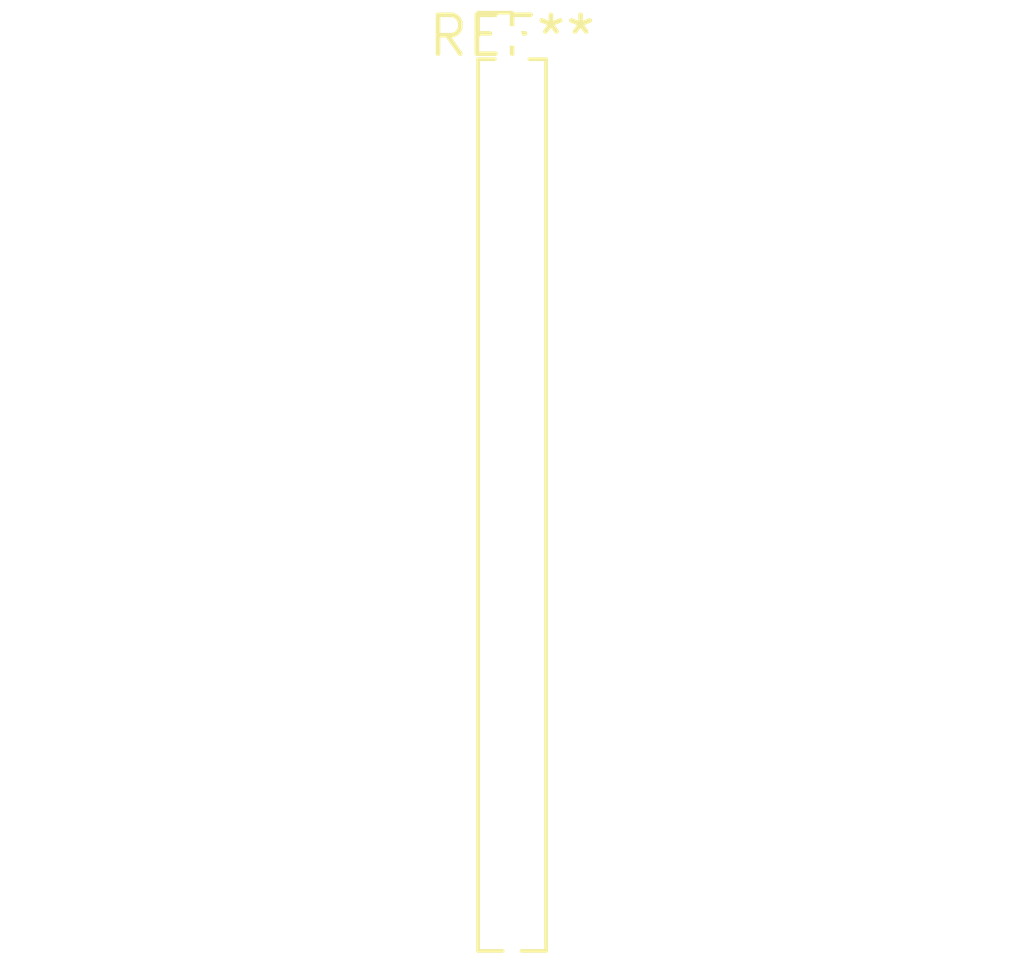
<source format=kicad_pcb>
(kicad_pcb (version 20240108) (generator pcbnew)
  (layers (0 "F.Cu" signal) (31 "B.Cu" signal) (34 "B.Paste" user) (35 "F.Paste" user) (36 "B.SilkS" user "B.Silkscreen") (37 "F.SilkS" user "F.Silkscreen") (38 "B.Mask" user) (39 "F.Mask" user) (44 "Edge.Cuts" user))
  (net 0 "")
  (footprint "PinHeader_1x24_P1.27mm_Vertical" (layer "F.Cu") (at 0 0)
    (property "Reference" "REF**")
    (property "Value" "PinHeader_1x24_P1.27mm_Vertical")
    (fp_line (start -1.11 -0.76) (end 0 -0.76) (layer "F.SilkS") (stroke (width 0.12)))
    (fp_line (start -1.11 0) (end -1.11 -0.76) (layer "F.SilkS") (stroke (width 0.12)))
    (fp_line (start -1.11 0.76) (end -1.11 29.905) (layer "F.SilkS") (stroke (width 0.12)))
    (fp_line (start -1.11 0.76) (end -0.563471 0.76) (layer "F.SilkS") (stroke (width 0.12)))
    (fp_line (start -1.11 29.905) (end -0.30753 29.905) (layer "F.SilkS") (stroke (width 0.12)))
    (fp_line (start 0.30753 29.905) (end 1.11 29.905) (layer "F.SilkS") (stroke (width 0.12)))
    (fp_line (start 0.563471 0.76) (end 1.11 0.76) (layer "F.SilkS") (stroke (width 0.12)))
    (fp_line (start 1.11 0.76) (end 1.11 29.905) (layer "F.SilkS") (stroke (width 0.12)))
    (pad "1" thru_hole rect (at 0 0) (size 1 1) (drill 0.65) (layers *.Cu *.Mask) (remove_unused_layers))
    (pad "2" thru_hole oval (at 0 1.27) (size 1 1) (drill 0.65) (layers *.Cu *.Mask) (remove_unused_layers))
    (pad "3" thru_hole oval (at 0 2.54) (size 1 1) (drill 0.65) (layers *.Cu *.Mask) (remove_unused_layers))
    (pad "4" thru_hole oval (at 0 3.81) (size 1 1) (drill 0.65) (layers *.Cu *.Mask) (remove_unused_layers))
    (pad "5" thru_hole oval (at 0 5.08) (size 1 1) (drill 0.65) (layers *.Cu *.Mask) (remove_unused_layers))
    (pad "6" thru_hole oval (at 0 6.35) (size 1 1) (drill 0.65) (layers *.Cu *.Mask) (remove_unused_layers))
    (pad "7" thru_hole oval (at 0 7.62) (size 1 1) (drill 0.65) (layers *.Cu *.Mask) (remove_unused_layers))
    (pad "8" thru_hole oval (at 0 8.89) (size 1 1) (drill 0.65) (layers *.Cu *.Mask) (remove_unused_layers))
    (pad "9" thru_hole oval (at 0 10.16) (size 1 1) (drill 0.65) (layers *.Cu *.Mask) (remove_unused_layers))
    (pad "10" thru_hole oval (at 0 11.43) (size 1 1) (drill 0.65) (layers *.Cu *.Mask) (remove_unused_layers))
    (pad "11" thru_hole oval (at 0 12.7) (size 1 1) (drill 0.65) (layers *.Cu *.Mask) (remove_unused_layers))
    (pad "12" thru_hole oval (at 0 13.97) (size 1 1) (drill 0.65) (layers *.Cu *.Mask) (remove_unused_layers))
    (pad "13" thru_hole oval (at 0 15.24) (size 1 1) (drill 0.65) (layers *.Cu *.Mask) (remove_unused_layers))
    (pad "14" thru_hole oval (at 0 16.51) (size 1 1) (drill 0.65) (layers *.Cu *.Mask) (remove_unused_layers))
    (pad "15" thru_hole oval (at 0 17.78) (size 1 1) (drill 0.65) (layers *.Cu *.Mask) (remove_unused_layers))
    (pad "16" thru_hole oval (at 0 19.05) (size 1 1) (drill 0.65) (layers *.Cu *.Mask) (remove_unused_layers))
    (pad "17" thru_hole oval (at 0 20.32) (size 1 1) (drill 0.65) (layers *.Cu *.Mask) (remove_unused_layers))
    (pad "18" thru_hole oval (at 0 21.59) (size 1 1) (drill 0.65) (layers *.Cu *.Mask) (remove_unused_layers))
    (pad "19" thru_hole oval (at 0 22.86) (size 1 1) (drill 0.65) (layers *.Cu *.Mask) (remove_unused_layers))
    (pad "20" thru_hole oval (at 0 24.13) (size 1 1) (drill 0.65) (layers *.Cu *.Mask) (remove_unused_layers))
    (pad "21" thru_hole oval (at 0 25.4) (size 1 1) (drill 0.65) (layers *.Cu *.Mask) (remove_unused_layers))
    (pad "22" thru_hole oval (at 0 26.67) (size 1 1) (drill 0.65) (layers *.Cu *.Mask) (remove_unused_layers))
    (pad "23" thru_hole oval (at 0 27.94) (size 1 1) (drill 0.65) (layers *.Cu *.Mask) (remove_unused_layers))
    (pad "24" thru_hole oval (at 0 29.21) (size 1 1) (drill 0.65) (layers *.Cu *.Mask) (remove_unused_layers))
  )
)
</source>
